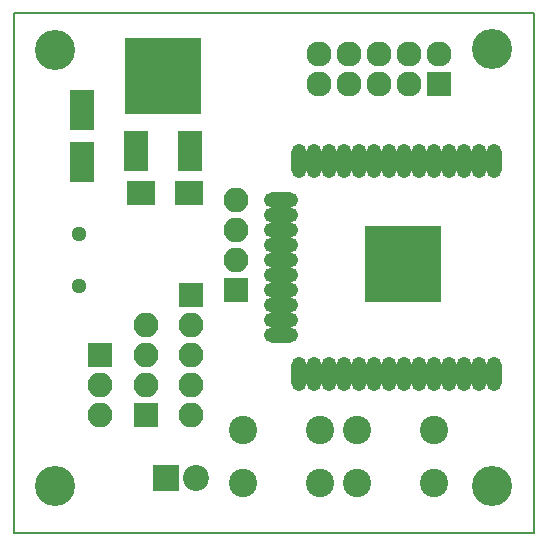
<source format=gbr>
G04 #@! TF.FileFunction,Soldermask,Top*
%FSLAX46Y46*%
G04 Gerber Fmt 4.6, Leading zero omitted, Abs format (unit mm)*
G04 Created by KiCad (PCBNEW 4.0.7) date Tue Jan 30 18:32:58 2018*
%MOMM*%
%LPD*%
G01*
G04 APERTURE LIST*
%ADD10C,0.100000*%
%ADD11C,0.150000*%
%ADD12O,1.300000X2.900000*%
%ADD13O,2.900000X1.300000*%
%ADD14R,6.400000X6.400000*%
%ADD15O,2.127200X2.127200*%
%ADD16R,2.127200X2.127200*%
%ADD17C,3.400000*%
%ADD18R,2.400000X2.000000*%
%ADD19R,2.000200X3.399740*%
%ADD20R,2.051000X3.448000*%
%ADD21R,6.496000X6.496000*%
%ADD22C,1.299160*%
%ADD23R,2.100000X2.100000*%
%ADD24O,2.100000X2.100000*%
%ADD25R,2.200000X2.200000*%
%ADD26C,2.200000*%
%ADD27C,2.400000*%
G04 APERTURE END LIST*
D10*
D11*
X109800000Y-113600000D02*
X109800000Y-69600000D01*
X153800000Y-113600000D02*
X109800000Y-113600000D01*
X153800000Y-69600000D02*
X153800000Y-113600000D01*
X109800000Y-69600000D02*
X153800000Y-69600000D01*
D12*
X150425000Y-100125000D03*
X149155000Y-100125000D03*
X147885000Y-100125000D03*
X146615000Y-100125000D03*
X145345000Y-100125000D03*
X144075000Y-100125000D03*
X142805000Y-100125000D03*
X141535000Y-100125000D03*
X140265000Y-100125000D03*
X138995000Y-100125000D03*
X137725000Y-100125000D03*
X136455000Y-100125000D03*
X135185000Y-100125000D03*
X133915000Y-100125000D03*
D13*
X132425000Y-96840000D03*
X132425000Y-95570000D03*
X132425000Y-94300000D03*
X132425000Y-93030000D03*
X132425000Y-91760000D03*
X132425000Y-90490000D03*
X132425000Y-89220000D03*
X132425000Y-87950000D03*
X132425000Y-86680000D03*
X132425000Y-85410000D03*
D12*
X133915000Y-82125000D03*
X135185000Y-82125000D03*
X136455000Y-82125000D03*
X137725000Y-82125000D03*
X138995000Y-82125000D03*
X140265000Y-82125000D03*
X141535000Y-82125000D03*
X142805000Y-82125000D03*
X144075000Y-82125000D03*
X145345000Y-82125000D03*
X146615000Y-82125000D03*
X147885000Y-82125000D03*
X149155000Y-82125000D03*
X150425000Y-82125000D03*
D14*
X142725000Y-90825000D03*
D15*
X135640000Y-73060000D03*
X135640000Y-75600000D03*
X138180000Y-73060000D03*
X138180000Y-75600000D03*
X140720000Y-73060000D03*
X140720000Y-75600000D03*
X143260000Y-73060000D03*
X143260000Y-75600000D03*
X145800000Y-73060000D03*
D16*
X145800000Y-75600000D03*
D17*
X113300000Y-109600000D03*
X113300000Y-72700000D03*
X150300000Y-109600000D03*
X150300000Y-72600000D03*
D18*
X120590000Y-84820000D03*
X124590000Y-84820000D03*
D19*
X115564920Y-77820520D03*
X115564920Y-82219800D03*
D20*
X120104000Y-81230000D03*
D21*
X122390000Y-74880000D03*
D20*
X124676000Y-81230000D03*
D22*
X115300900Y-92674640D03*
X115300900Y-88275360D03*
D23*
X120975000Y-103600000D03*
D24*
X120975000Y-101060000D03*
X120975000Y-98520000D03*
X120975000Y-95980000D03*
D23*
X117125000Y-98525000D03*
D24*
X117125000Y-101065000D03*
X117125000Y-103605000D03*
D23*
X124825000Y-93425000D03*
D24*
X124825000Y-95965000D03*
X124825000Y-98505000D03*
X124825000Y-101045000D03*
X124825000Y-103585000D03*
D25*
X122700000Y-108975000D03*
D26*
X125240000Y-108975000D03*
D27*
X145325000Y-104850000D03*
X145325000Y-109350000D03*
X138825000Y-104850000D03*
X138825000Y-109350000D03*
X129225000Y-109350000D03*
X129225000Y-104850000D03*
X135725000Y-109350000D03*
X135725000Y-104850000D03*
D23*
X128580000Y-93040000D03*
D24*
X128580000Y-90500000D03*
X128580000Y-87960000D03*
X128580000Y-85420000D03*
M02*

</source>
